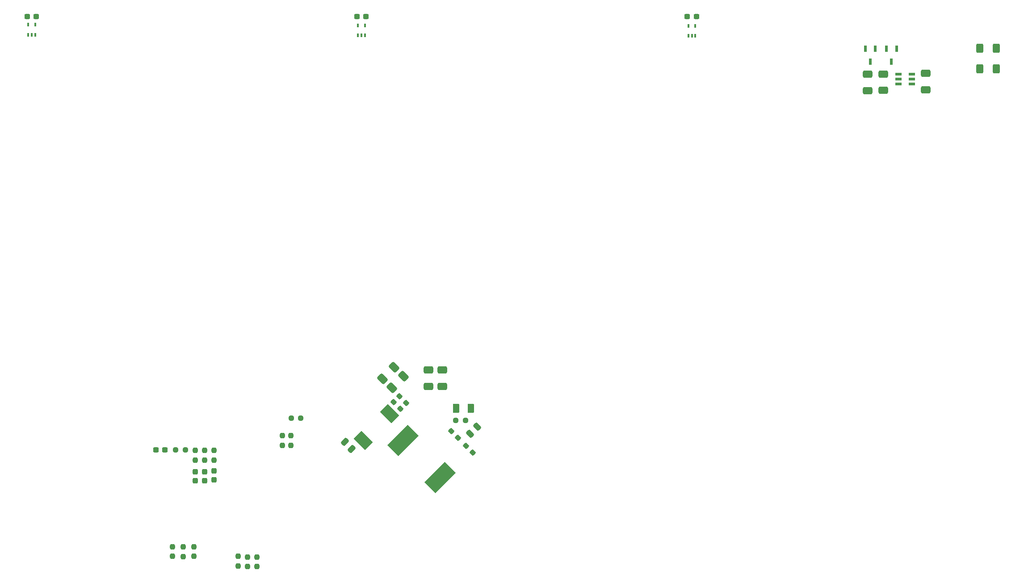
<source format=gbr>
%TF.GenerationSoftware,KiCad,Pcbnew,7.0.1*%
%TF.CreationDate,2023-11-27T14:14:32+03:00*%
%TF.ProjectId,motordriver,6d6f746f-7264-4726-9976-65722e6b6963,rev?*%
%TF.SameCoordinates,Original*%
%TF.FileFunction,Paste,Bot*%
%TF.FilePolarity,Positive*%
%FSLAX46Y46*%
G04 Gerber Fmt 4.6, Leading zero omitted, Abs format (unit mm)*
G04 Created by KiCad (PCBNEW 7.0.1) date 2023-11-27 14:14:32*
%MOMM*%
%LPD*%
G01*
G04 APERTURE LIST*
G04 Aperture macros list*
%AMRoundRect*
0 Rectangle with rounded corners*
0 $1 Rounding radius*
0 $2 $3 $4 $5 $6 $7 $8 $9 X,Y pos of 4 corners*
0 Add a 4 corners polygon primitive as box body*
4,1,4,$2,$3,$4,$5,$6,$7,$8,$9,$2,$3,0*
0 Add four circle primitives for the rounded corners*
1,1,$1+$1,$2,$3*
1,1,$1+$1,$4,$5*
1,1,$1+$1,$6,$7*
1,1,$1+$1,$8,$9*
0 Add four rect primitives between the rounded corners*
20,1,$1+$1,$2,$3,$4,$5,0*
20,1,$1+$1,$4,$5,$6,$7,0*
20,1,$1+$1,$6,$7,$8,$9,0*
20,1,$1+$1,$8,$9,$2,$3,0*%
%AMRotRect*
0 Rectangle, with rotation*
0 The origin of the aperture is its center*
0 $1 length*
0 $2 width*
0 $3 Rotation angle, in degrees counterclockwise*
0 Add horizontal line*
21,1,$1,$2,0,0,$3*%
G04 Aperture macros list end*
%ADD10RoundRect,0.237500X-0.237500X0.250000X-0.237500X-0.250000X0.237500X-0.250000X0.237500X0.250000X0*%
%ADD11RoundRect,0.237500X0.237500X-0.250000X0.237500X0.250000X-0.237500X0.250000X-0.237500X-0.250000X0*%
%ADD12RoundRect,0.250000X-0.167938X0.751301X-0.751301X0.167938X0.167938X-0.751301X0.751301X-0.167938X0*%
%ADD13RoundRect,0.237500X-0.300000X-0.237500X0.300000X-0.237500X0.300000X0.237500X-0.300000X0.237500X0*%
%ADD14RoundRect,0.250000X-0.400000X-0.625000X0.400000X-0.625000X0.400000X0.625000X-0.400000X0.625000X0*%
%ADD15RoundRect,0.237500X0.237500X-0.300000X0.237500X0.300000X-0.237500X0.300000X-0.237500X-0.300000X0*%
%ADD16R,0.400000X0.650000*%
%ADD17R,0.600000X1.300000*%
%ADD18RoundRect,0.237500X-0.250000X-0.237500X0.250000X-0.237500X0.250000X0.237500X-0.250000X0.237500X0*%
%ADD19RoundRect,0.237500X0.344715X-0.008839X-0.008839X0.344715X-0.344715X0.008839X0.008839X-0.344715X0*%
%ADD20RoundRect,0.250000X0.159099X-0.512652X0.512652X-0.159099X-0.159099X0.512652X-0.512652X0.159099X0*%
%ADD21RoundRect,0.250000X-0.650000X0.412500X-0.650000X-0.412500X0.650000X-0.412500X0.650000X0.412500X0*%
%ADD22RoundRect,0.250000X0.375000X0.625000X-0.375000X0.625000X-0.375000X-0.625000X0.375000X-0.625000X0*%
%ADD23RoundRect,0.250000X0.512652X0.159099X0.159099X0.512652X-0.512652X-0.159099X-0.159099X-0.512652X0*%
%ADD24RotRect,2.050000X3.050000X45.000000*%
%ADD25R,1.200000X0.600000*%
%ADD26RotRect,2.900000X5.400000X315.000000*%
G04 APERTURE END LIST*
D10*
%TO.C,R134*%
X91970000Y-136427500D03*
X91970000Y-138252500D03*
%TD*%
D11*
%TO.C,R81*%
X110300000Y-117212500D03*
X110300000Y-115387500D03*
%TD*%
%TO.C,R139*%
X103886000Y-140208000D03*
X103886000Y-138383000D03*
%TD*%
D12*
%TO.C,C82*%
X131660854Y-104152746D03*
X129451146Y-106362454D03*
%TD*%
D13*
%TO.C,C93*%
X84735500Y-118110000D03*
X86460500Y-118110000D03*
%TD*%
D14*
%TO.C,R75*%
X240893600Y-41960800D03*
X243993600Y-41960800D03*
%TD*%
D15*
%TO.C,C90*%
X95760000Y-123810000D03*
X95760000Y-122085000D03*
%TD*%
D11*
%TO.C,R83*%
X92202000Y-120038500D03*
X92202000Y-118213500D03*
%TD*%
D16*
%TO.C,U9*%
X186959000Y-39619000D03*
X186309000Y-39619000D03*
X185659000Y-39619000D03*
X185659000Y-37719000D03*
X186959000Y-37719000D03*
%TD*%
D17*
%TO.C,Q14*%
X219166400Y-42081600D03*
X221066400Y-42081600D03*
X220116400Y-44481600D03*
%TD*%
D18*
%TO.C,R80*%
X141581500Y-112522000D03*
X143406500Y-112522000D03*
%TD*%
D11*
%TO.C,R82*%
X108700000Y-117212500D03*
X108700000Y-115387500D03*
%TD*%
D19*
%TO.C,R76*%
X132145235Y-109245235D03*
X130854765Y-107954765D03*
%TD*%
D13*
%TO.C,C114*%
X122835500Y-35941000D03*
X124560500Y-35941000D03*
%TD*%
D20*
%TO.C,C84*%
X144272000Y-115062000D03*
X145615502Y-113718498D03*
%TD*%
D21*
%TO.C,C87*%
X230632000Y-46748300D03*
X230632000Y-49873300D03*
%TD*%
D10*
%TO.C,R136*%
X87870000Y-136457500D03*
X87870000Y-138282500D03*
%TD*%
D19*
%TO.C,R79*%
X141996235Y-115834235D03*
X140705765Y-114543765D03*
%TD*%
D22*
%TO.C,D24*%
X144402000Y-110236000D03*
X141602000Y-110236000D03*
%TD*%
D18*
%TO.C,R84*%
X88495500Y-118110000D03*
X90320500Y-118110000D03*
%TD*%
D19*
%TO.C,R77*%
X131045235Y-110345235D03*
X129754765Y-109054765D03*
%TD*%
D16*
%TO.C,U7*%
X61864000Y-39431000D03*
X61214000Y-39431000D03*
X60564000Y-39431000D03*
X60564000Y-37531000D03*
X61864000Y-37531000D03*
%TD*%
D23*
%TO.C,C39*%
X121861040Y-117899325D03*
X120517538Y-116555823D03*
%TD*%
D13*
%TO.C,C115*%
X185446500Y-35941000D03*
X187171500Y-35941000D03*
%TD*%
D10*
%TO.C,R135*%
X89900000Y-136467500D03*
X89900000Y-138292500D03*
%TD*%
D15*
%TO.C,C92*%
X92202000Y-123952000D03*
X92202000Y-122227000D03*
%TD*%
D24*
%TO.C,D1*%
X124000000Y-116300000D03*
X129020458Y-111279542D03*
%TD*%
D14*
%TO.C,R116*%
X240893600Y-45872400D03*
X243993600Y-45872400D03*
%TD*%
D12*
%TO.C,C79*%
X129882854Y-102425546D03*
X127673146Y-104635254D03*
%TD*%
D19*
%TO.C,R78*%
X144790235Y-118628235D03*
X143499765Y-117337765D03*
%TD*%
D21*
%TO.C,C32*%
X139000000Y-102937500D03*
X139000000Y-106062500D03*
%TD*%
D11*
%TO.C,R138*%
X100330000Y-140104500D03*
X100330000Y-138279500D03*
%TD*%
%TO.C,R137*%
X102108000Y-140208000D03*
X102108000Y-138383000D03*
%TD*%
D25*
%TO.C,IC2*%
X225470400Y-48752800D03*
X225470400Y-47802800D03*
X225470400Y-46852800D03*
X227970400Y-46852800D03*
X227970400Y-47802800D03*
X227970400Y-48752800D03*
%TD*%
D11*
%TO.C,R28*%
X95758000Y-120038500D03*
X95758000Y-118213500D03*
%TD*%
%TO.C,R74*%
X93980000Y-120038500D03*
X93980000Y-118213500D03*
%TD*%
D21*
%TO.C,C38*%
X136400000Y-102937500D03*
X136400000Y-106062500D03*
%TD*%
D18*
%TO.C,R68*%
X110387500Y-112100000D03*
X112212500Y-112100000D03*
%TD*%
D21*
%TO.C,C86*%
X219608400Y-46900700D03*
X219608400Y-50025700D03*
%TD*%
D15*
%TO.C,C91*%
X93980000Y-123952000D03*
X93980000Y-122227000D03*
%TD*%
D21*
%TO.C,C85*%
X222605600Y-46849900D03*
X222605600Y-49974900D03*
%TD*%
D17*
%TO.C,Q13*%
X223179600Y-42081600D03*
X225079600Y-42081600D03*
X224129600Y-44481600D03*
%TD*%
D13*
%TO.C,C113*%
X60351500Y-35941000D03*
X62076500Y-35941000D03*
%TD*%
D16*
%TO.C,U8*%
X124348000Y-39558000D03*
X123698000Y-39558000D03*
X123048000Y-39558000D03*
X123048000Y-37658000D03*
X124348000Y-37658000D03*
%TD*%
D26*
%TO.C,L5*%
X131572000Y-116332000D03*
X138572358Y-123332358D03*
%TD*%
M02*

</source>
